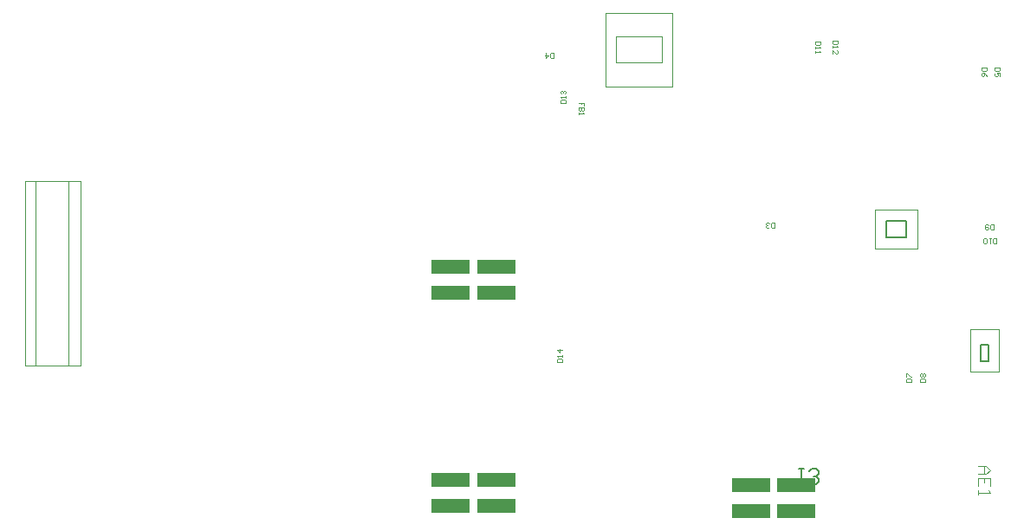
<source format=gbs>
G04*
G04 #@! TF.GenerationSoftware,Altium Limited,Altium Designer,23.8.1 (32)*
G04*
G04 Layer_Color=16711935*
%FSLAX44Y44*%
%MOMM*%
G71*
G04*
G04 #@! TF.SameCoordinates,B2355FDD-5490-460F-BBB4-22D25E5E3D0D*
G04*
G04*
G04 #@! TF.FilePolarity,Negative*
G04*
G01*
G75*
%ADD19C,0.1001*%
%ADD20C,0.1999*%
%ADD21C,0.1500*%
%ADD22C,0.0500*%
%ADD23C,0.1200*%
%ADD112R,3.7600X1.3500*%
D19*
X837791Y302311D02*
Y340309D01*
Y302311D02*
X879792D01*
Y340309D01*
X837791D02*
X879792D01*
X931420Y182659D02*
Y223660D01*
Y182659D02*
X959421D01*
Y223660D01*
X931420D02*
X959421D01*
X574799Y461122D02*
Y533121D01*
Y461122D02*
X639798D01*
Y533121D01*
X574799D02*
X639798D01*
X584799Y484622D02*
Y509621D01*
Y484622D02*
X629798D01*
Y509621D01*
X584799D02*
X629798D01*
X17292Y368300D02*
X25419D01*
X41674D01*
X49801D01*
X17292Y187960D02*
Y368770D01*
Y187960D02*
X49801D01*
X7292Y368300D02*
X61691D01*
X7292Y187960D02*
Y368300D01*
Y187960D02*
X61691D01*
Y368300D01*
X49801Y187960D02*
Y368770D01*
D20*
X848791Y313309D02*
Y329311D01*
Y313309D02*
X868791D01*
Y329311D01*
X848791D02*
X868791D01*
X941420Y192659D02*
Y208661D01*
Y192659D02*
X949421D01*
Y208661D01*
X941420D02*
X949421D01*
D21*
X768395Y87508D02*
X763396D01*
X765895D01*
Y75012D01*
X763396Y72512D01*
X760897D01*
X758398Y75012D01*
X773393Y85008D02*
X775892Y87508D01*
X780891D01*
X783390Y85008D01*
Y82509D01*
X780891Y80010D01*
X778391D01*
X780891D01*
X783390Y77511D01*
Y75012D01*
X780891Y72512D01*
X775892D01*
X773393Y75012D01*
D22*
X553679Y441919D02*
Y445251D01*
X551180D01*
Y443585D01*
Y445251D01*
X548681D01*
X553679Y440253D02*
X548681D01*
Y437754D01*
X549514Y436921D01*
X550347D01*
X551180Y437754D01*
Y440253D01*
Y437754D01*
X552013Y436921D01*
X552846D01*
X553679Y437754D01*
Y440253D01*
X548681Y435255D02*
Y433588D01*
Y434422D01*
X553679D01*
X552846Y435255D01*
X881818Y172365D02*
X886817D01*
Y174864D01*
X885984Y175697D01*
X882651D01*
X881818Y174864D01*
Y172365D01*
X882651Y177363D02*
X881818Y178196D01*
Y179862D01*
X882651Y180695D01*
X883484D01*
X884317Y179862D01*
X885151Y180695D01*
X885984D01*
X886817Y179862D01*
Y178196D01*
X885984Y177363D01*
X885151D01*
X884317Y178196D01*
X883484Y177363D01*
X882651D01*
X884317Y178196D02*
Y179862D01*
X868992Y172365D02*
X873990D01*
Y174864D01*
X873158Y175697D01*
X869825D01*
X868992Y174864D01*
Y172365D01*
Y177363D02*
Y180695D01*
X869825D01*
X873158Y177363D01*
X873990D01*
X527095Y191872D02*
X532093D01*
Y194371D01*
X531260Y195204D01*
X527928D01*
X527095Y194371D01*
Y191872D01*
X532093Y196870D02*
Y198536D01*
Y197703D01*
X527095D01*
X527928Y196870D01*
X532093Y203535D02*
X527095D01*
X529594Y201036D01*
Y204368D01*
X530905Y444602D02*
X535903D01*
Y447101D01*
X535070Y447934D01*
X531738D01*
X530905Y447101D01*
Y444602D01*
X535903Y449600D02*
Y451267D01*
Y450434D01*
X530905D01*
X531738Y449600D01*
Y453766D02*
X530905Y454599D01*
Y456265D01*
X531738Y457098D01*
X532571D01*
X533404Y456265D01*
Y455432D01*
Y456265D01*
X534237Y457098D01*
X535070D01*
X535903Y456265D01*
Y454599D01*
X535070Y453766D01*
X954129Y321351D02*
Y326349D01*
X951630D01*
X950797Y325516D01*
Y322184D01*
X951630Y321351D01*
X954129D01*
X949131Y325516D02*
X948298Y326349D01*
X946632D01*
X945798Y325516D01*
Y322184D01*
X946632Y321351D01*
X948298D01*
X949131Y322184D01*
Y323017D01*
X948298Y323850D01*
X945798D01*
X956212Y307381D02*
Y312379D01*
X953713D01*
X952879Y311546D01*
Y308214D01*
X953713Y307381D01*
X956212D01*
X951213Y312379D02*
X949547D01*
X950380D01*
Y307381D01*
X951213Y308214D01*
X947048D02*
X946215Y307381D01*
X944549D01*
X943716Y308214D01*
Y311546D01*
X944549Y312379D01*
X946215D01*
X947048Y311546D01*
Y308214D01*
X959689Y479145D02*
X954691D01*
Y476646D01*
X955524Y475813D01*
X958856D01*
X959689Y476646D01*
Y479145D01*
Y470815D02*
Y474147D01*
X957190D01*
X958023Y472481D01*
Y471648D01*
X957190Y470815D01*
X955524D01*
X954691Y471648D01*
Y473314D01*
X955524Y474147D01*
X946989Y479145D02*
X941991D01*
Y476646D01*
X942824Y475813D01*
X946156D01*
X946989Y476646D01*
Y479145D01*
Y470815D02*
X946156Y472481D01*
X944490Y474147D01*
X942824D01*
X941991Y473314D01*
Y471648D01*
X942824Y470815D01*
X943657D01*
X944490Y471648D01*
Y474147D01*
X784614Y505116D02*
X779616D01*
Y502617D01*
X780449Y501784D01*
X783781D01*
X784614Y502617D01*
Y505116D01*
X779616Y500118D02*
Y498452D01*
Y499285D01*
X784614D01*
X783781Y500118D01*
X779616Y495952D02*
Y494286D01*
Y495120D01*
X784614D01*
X783781Y495952D01*
X801900Y505949D02*
X796901D01*
Y503450D01*
X797734Y502617D01*
X801067D01*
X801900Y503450D01*
Y505949D01*
X796901Y500951D02*
Y499285D01*
Y500118D01*
X801900D01*
X801067Y500951D01*
X796901Y493453D02*
Y496786D01*
X800234Y493453D01*
X801067D01*
X801900Y494286D01*
Y495952D01*
X801067Y496786D01*
X739486Y322621D02*
Y327619D01*
X736986D01*
X736153Y326786D01*
Y323454D01*
X736986Y322621D01*
X739486D01*
X734487Y323454D02*
X733654Y322621D01*
X731988D01*
X731155Y323454D01*
Y324287D01*
X731988Y325120D01*
X732821D01*
X731988D01*
X731155Y325953D01*
Y326786D01*
X731988Y327619D01*
X733654D01*
X734487Y326786D01*
X523595Y488991D02*
Y493989D01*
X521096D01*
X520263Y493156D01*
Y489824D01*
X521096Y488991D01*
X523595D01*
X516098Y493989D02*
Y488991D01*
X518597Y491490D01*
X515265D01*
D23*
X938886Y90195D02*
X946883D01*
X950882Y86197D01*
X946883Y82198D01*
X938886D01*
X944884D01*
Y90195D01*
X950882Y70202D02*
Y78199D01*
X938886D01*
Y70202D01*
X944884Y78199D02*
Y74201D01*
X938886Y66203D02*
Y62204D01*
Y64204D01*
X950882D01*
X948883Y66203D01*
D112*
X423570Y259080D02*
D03*
X467970D02*
D03*
X423570Y284480D02*
D03*
X467970D02*
D03*
X423570Y50800D02*
D03*
X467970D02*
D03*
X423570Y76200D02*
D03*
X467970D02*
D03*
X716940Y45720D02*
D03*
X761340D02*
D03*
X716940Y71120D02*
D03*
X761340D02*
D03*
M02*

</source>
